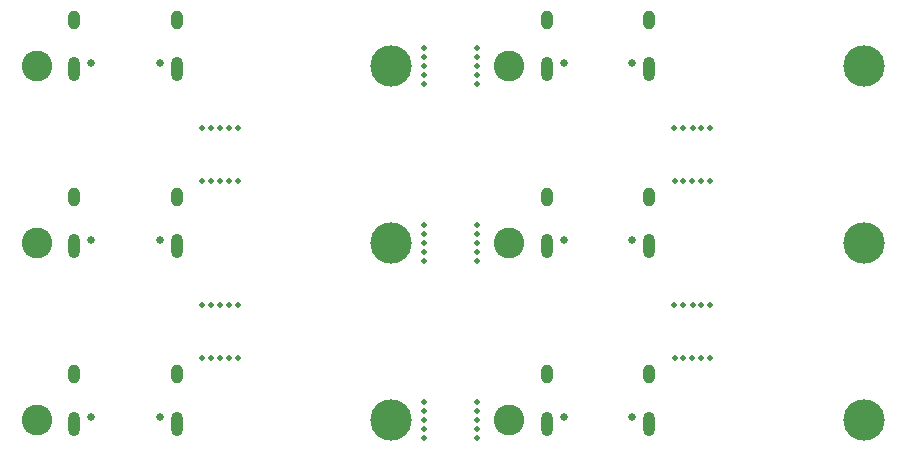
<source format=gbr>
%TF.GenerationSoftware,KiCad,Pcbnew,(5.1.11)-1*%
%TF.CreationDate,2022-09-07T06:47:23+07:00*%
%TF.ProjectId,Eclipse Voyager - Copy,45636c69-7073-4652-9056-6f7961676572,rev?*%
%TF.SameCoordinates,Original*%
%TF.FileFunction,Soldermask,Bot*%
%TF.FilePolarity,Negative*%
%FSLAX46Y46*%
G04 Gerber Fmt 4.6, Leading zero omitted, Abs format (unit mm)*
G04 Created by KiCad (PCBNEW (5.1.11)-1) date 2022-09-07 06:47:23*
%MOMM*%
%LPD*%
G01*
G04 APERTURE LIST*
%ADD10C,0.650000*%
%ADD11O,1.000000X2.100000*%
%ADD12O,1.000000X1.600000*%
%ADD13C,0.500000*%
%ADD14C,3.500000*%
%ADD15C,2.600000*%
G04 APERTURE END LIST*
D10*
%TO.C,USB1*%
X169110000Y-31250000D03*
X174890000Y-31250000D03*
D11*
X176320000Y-31780000D03*
X167680000Y-31780000D03*
D12*
X176320000Y-27600000D03*
X167680000Y-27600000D03*
%TD*%
D13*
%TO.C,mouse-bite-3mm-slot*%
X179238000Y-41250000D03*
X178488000Y-41250000D03*
X179988000Y-41250000D03*
X180762000Y-41250000D03*
X181524000Y-41250000D03*
%TD*%
%TO.C,mouse-bite-3mm-slot*%
X180762000Y-51750000D03*
X181512000Y-51750000D03*
X180012000Y-51750000D03*
X179238000Y-51750000D03*
X178476000Y-51750000D03*
%TD*%
%TO.C,mouse-bite-3mm-slot*%
X140762000Y-51750000D03*
X141512000Y-51750000D03*
X140012000Y-51750000D03*
X139238000Y-51750000D03*
X138476000Y-51750000D03*
%TD*%
%TO.C,mouse-bite-3mm-slot*%
X180762000Y-36750000D03*
X181512000Y-36750000D03*
X180012000Y-36750000D03*
X179238000Y-36750000D03*
X178476000Y-36750000D03*
%TD*%
%TO.C,mouse-bite-3mm-slot*%
X179238000Y-56250000D03*
X178488000Y-56250000D03*
X179988000Y-56250000D03*
X180762000Y-56250000D03*
X181524000Y-56250000D03*
%TD*%
%TO.C,mouse-bite-3mm-slot*%
X139238000Y-56250000D03*
X138488000Y-56250000D03*
X139988000Y-56250000D03*
X140762000Y-56250000D03*
X141524000Y-56250000D03*
%TD*%
%TO.C,mouse-bite-3mm-slot*%
X179238000Y-41250000D03*
X178488000Y-41250000D03*
X179988000Y-41250000D03*
X180762000Y-41250000D03*
X181524000Y-41250000D03*
%TD*%
%TO.C,mouse-bite-3mm-slot*%
X139238000Y-41250000D03*
X138488000Y-41250000D03*
X139988000Y-41250000D03*
X140762000Y-41250000D03*
X141524000Y-41250000D03*
%TD*%
%TO.C,mouse-bite-3mm-slot*%
X140762000Y-36750000D03*
X141512000Y-36750000D03*
X140012000Y-36750000D03*
X139238000Y-36750000D03*
X138476000Y-36750000D03*
%TD*%
%TO.C,mouse-bite-3mm-slot*%
X157250000Y-60738000D03*
X157250000Y-59988000D03*
X157250000Y-61488000D03*
X157250000Y-62262000D03*
X157250000Y-63024000D03*
%TD*%
%TO.C,mouse-bite-3mm-slot*%
X157250000Y-45738000D03*
X157250000Y-44988000D03*
X157250000Y-46488000D03*
X157250000Y-47262000D03*
X157250000Y-48024000D03*
%TD*%
%TO.C,mouse-bite-3mm-slot*%
X161750000Y-62262000D03*
X161750000Y-63012000D03*
X161750000Y-61512000D03*
X161750000Y-60738000D03*
X161750000Y-59976000D03*
%TD*%
%TO.C,mouse-bite-3mm-slot*%
X161750000Y-47262000D03*
X161750000Y-48012000D03*
X161750000Y-46512000D03*
X161750000Y-45738000D03*
X161750000Y-44976000D03*
%TD*%
%TO.C,mouse-bite-3mm-slot*%
X161750000Y-32262000D03*
X161750000Y-33012000D03*
X161750000Y-31512000D03*
X161750000Y-30738000D03*
X161750000Y-29976000D03*
%TD*%
%TO.C,mouse-bite-3mm-slot*%
X157250000Y-30738000D03*
X157250000Y-29988000D03*
X157250000Y-31488000D03*
X157250000Y-32262000D03*
X157250000Y-33024000D03*
%TD*%
D14*
%TO.C,H1*%
X194500000Y-61500000D03*
%TD*%
%TO.C,H1*%
X154500000Y-61500000D03*
%TD*%
%TO.C,H1*%
X194500000Y-46500000D03*
%TD*%
%TO.C,H1*%
X154500000Y-46500000D03*
%TD*%
%TO.C,H1*%
X194500000Y-31500000D03*
%TD*%
D15*
%TO.C,H2*%
X164500000Y-61500000D03*
%TD*%
%TO.C,H2*%
X124500000Y-61500000D03*
%TD*%
%TO.C,H2*%
X164500000Y-46500000D03*
%TD*%
%TO.C,H2*%
X124500000Y-46500000D03*
%TD*%
%TO.C,H2*%
X164500000Y-31500000D03*
%TD*%
D10*
%TO.C,USB1*%
X169110000Y-61250000D03*
X174890000Y-61250000D03*
D11*
X176320000Y-61780000D03*
X167680000Y-61780000D03*
D12*
X176320000Y-57600000D03*
X167680000Y-57600000D03*
%TD*%
D10*
%TO.C,USB1*%
X129110000Y-61250000D03*
X134890000Y-61250000D03*
D11*
X136320000Y-61780000D03*
X127680000Y-61780000D03*
D12*
X136320000Y-57600000D03*
X127680000Y-57600000D03*
%TD*%
D10*
%TO.C,USB1*%
X169110000Y-46250000D03*
X174890000Y-46250000D03*
D11*
X176320000Y-46780000D03*
X167680000Y-46780000D03*
D12*
X176320000Y-42600000D03*
X167680000Y-42600000D03*
%TD*%
D10*
%TO.C,USB1*%
X129110000Y-46250000D03*
X134890000Y-46250000D03*
D11*
X136320000Y-46780000D03*
X127680000Y-46780000D03*
D12*
X136320000Y-42600000D03*
X127680000Y-42600000D03*
%TD*%
D15*
%TO.C,H2*%
X124500000Y-31500000D03*
%TD*%
D14*
%TO.C,H1*%
X154500000Y-31500000D03*
%TD*%
D10*
%TO.C,USB1*%
X129110000Y-31250000D03*
X134890000Y-31250000D03*
D11*
X136320000Y-31780000D03*
X127680000Y-31780000D03*
D12*
X136320000Y-27600000D03*
X127680000Y-27600000D03*
%TD*%
M02*

</source>
